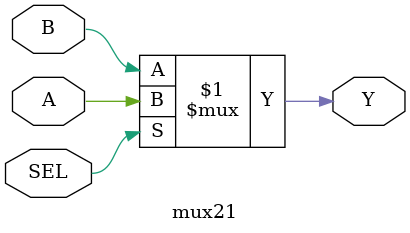
<source format=v>
module mux21 (Y, A, B, SEL);
output Y;
input A, B;
input SEL;

assign Y = SEL ? A : B;

endmodule 

</source>
